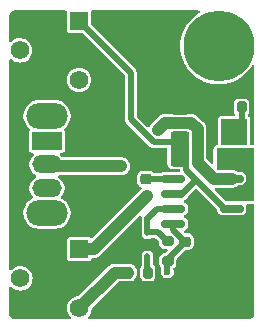
<source format=gtl>
G04 #@! TF.GenerationSoftware,KiCad,Pcbnew,8.0.1*
G04 #@! TF.CreationDate,2024-07-14T02:03:22+08:00*
G04 #@! TF.ProjectId,555Sandbox,35353553-616e-4646-926f-782e6b696361,1.0.0*
G04 #@! TF.SameCoordinates,Original*
G04 #@! TF.FileFunction,Copper,L1,Top*
G04 #@! TF.FilePolarity,Positive*
%FSLAX46Y46*%
G04 Gerber Fmt 4.6, Leading zero omitted, Abs format (unit mm)*
G04 Created by KiCad (PCBNEW 8.0.1) date 2024-07-14 02:03:22*
%MOMM*%
%LPD*%
G01*
G04 APERTURE LIST*
G04 Aperture macros list*
%AMRoundRect*
0 Rectangle with rounded corners*
0 $1 Rounding radius*
0 $2 $3 $4 $5 $6 $7 $8 $9 X,Y pos of 4 corners*
0 Add a 4 corners polygon primitive as box body*
4,1,4,$2,$3,$4,$5,$6,$7,$8,$9,$2,$3,0*
0 Add four circle primitives for the rounded corners*
1,1,$1+$1,$2,$3*
1,1,$1+$1,$4,$5*
1,1,$1+$1,$6,$7*
1,1,$1+$1,$8,$9*
0 Add four rect primitives between the rounded corners*
20,1,$1+$1,$2,$3,$4,$5,0*
20,1,$1+$1,$4,$5,$6,$7,0*
20,1,$1+$1,$6,$7,$8,$9,0*
20,1,$1+$1,$8,$9,$2,$3,0*%
G04 Aperture macros list end*
G04 #@! TA.AperFunction,ComponentPad*
%ADD10C,6.000000*%
G04 #@! TD*
G04 #@! TA.AperFunction,SMDPad,CuDef*
%ADD11RoundRect,0.200000X0.200000X0.275000X-0.200000X0.275000X-0.200000X-0.275000X0.200000X-0.275000X0*%
G04 #@! TD*
G04 #@! TA.AperFunction,ComponentPad*
%ADD12O,3.500000X2.200000*%
G04 #@! TD*
G04 #@! TA.AperFunction,ComponentPad*
%ADD13R,2.500000X1.500000*%
G04 #@! TD*
G04 #@! TA.AperFunction,ComponentPad*
%ADD14O,2.500000X1.500000*%
G04 #@! TD*
G04 #@! TA.AperFunction,SMDPad,CuDef*
%ADD15RoundRect,0.150000X0.825000X0.150000X-0.825000X0.150000X-0.825000X-0.150000X0.825000X-0.150000X0*%
G04 #@! TD*
G04 #@! TA.AperFunction,SMDPad,CuDef*
%ADD16R,2.200000X2.200000*%
G04 #@! TD*
G04 #@! TA.AperFunction,SMDPad,CuDef*
%ADD17R,2.200000X1.250000*%
G04 #@! TD*
G04 #@! TA.AperFunction,SMDPad,CuDef*
%ADD18RoundRect,0.250000X0.550000X-1.250000X0.550000X1.250000X-0.550000X1.250000X-0.550000X-1.250000X0*%
G04 #@! TD*
G04 #@! TA.AperFunction,SMDPad,CuDef*
%ADD19RoundRect,0.200000X0.275000X-0.200000X0.275000X0.200000X-0.275000X0.200000X-0.275000X-0.200000X0*%
G04 #@! TD*
G04 #@! TA.AperFunction,SMDPad,CuDef*
%ADD20RoundRect,0.225000X0.250000X-0.225000X0.250000X0.225000X-0.250000X0.225000X-0.250000X-0.225000X0*%
G04 #@! TD*
G04 #@! TA.AperFunction,SMDPad,CuDef*
%ADD21RoundRect,0.225000X-0.250000X0.225000X-0.250000X-0.225000X0.250000X-0.225000X0.250000X0.225000X0*%
G04 #@! TD*
G04 #@! TA.AperFunction,SMDPad,CuDef*
%ADD22RoundRect,0.112500X-0.112500X0.187500X-0.112500X-0.187500X0.112500X-0.187500X0.112500X0.187500X0*%
G04 #@! TD*
G04 #@! TA.AperFunction,ComponentPad*
%ADD23C,1.560000*%
G04 #@! TD*
G04 #@! TA.AperFunction,ComponentPad*
%ADD24R,1.560000X1.560000*%
G04 #@! TD*
G04 #@! TA.AperFunction,ViaPad*
%ADD25C,0.600000*%
G04 #@! TD*
G04 #@! TA.AperFunction,Conductor*
%ADD26C,1.000000*%
G04 #@! TD*
G04 #@! TA.AperFunction,Conductor*
%ADD27C,0.500000*%
G04 #@! TD*
G04 APERTURE END LIST*
D10*
X93175000Y-70425000D03*
D11*
X95125000Y-75600000D03*
X93475000Y-75600000D03*
D12*
X78650000Y-76350000D03*
X78650000Y-84550000D03*
D13*
X78650000Y-78450000D03*
D14*
X78650000Y-80450000D03*
X78650000Y-82450000D03*
D15*
X94300000Y-85470000D03*
X94300000Y-84200000D03*
X94300000Y-82930000D03*
X94300000Y-81660000D03*
X89350000Y-81660000D03*
X89350000Y-82930000D03*
X89350000Y-84200000D03*
X89350000Y-85470000D03*
D16*
X94500000Y-77700000D03*
D17*
X94500000Y-79975000D03*
D18*
X89900000Y-79100000D03*
X89900000Y-74700000D03*
D11*
X87175000Y-89600000D03*
X85525000Y-89600000D03*
D19*
X88875000Y-88600000D03*
X88875000Y-86950000D03*
D20*
X87000000Y-81675000D03*
X87000000Y-80125000D03*
D21*
X90350000Y-86975000D03*
X90350000Y-88525000D03*
D22*
X87150000Y-82950000D03*
X87150000Y-85050000D03*
X87150000Y-86200000D03*
X87150000Y-88300000D03*
D23*
X81350000Y-73300000D03*
X76350000Y-70800000D03*
D24*
X81350000Y-68300000D03*
D23*
X81390000Y-92600000D03*
X76390000Y-90100000D03*
D24*
X81390000Y-87600000D03*
D25*
X81450000Y-90850000D03*
X83400000Y-88950000D03*
X84900000Y-91500000D03*
X83400000Y-93050000D03*
X76450000Y-68400000D03*
X84700000Y-74550000D03*
X84700000Y-73550000D03*
X88350000Y-72300000D03*
X88350000Y-73350000D03*
X84950000Y-80600000D03*
X88050000Y-77500000D03*
X88825000Y-89550000D03*
X95750000Y-86750000D03*
X95500000Y-73350000D03*
X93300000Y-74300000D03*
X94250000Y-88150000D03*
X95500000Y-74300000D03*
X94250000Y-89400000D03*
X95750000Y-88150000D03*
D26*
X87125000Y-83100000D02*
X82625000Y-87600000D01*
X82625000Y-87600000D02*
X81390000Y-87600000D01*
X81390000Y-92600000D02*
X84390000Y-89600000D01*
X84390000Y-89600000D02*
X85525000Y-89600000D01*
X84950000Y-80600000D02*
X78950000Y-80600000D01*
D27*
X88825000Y-89550000D02*
X88825000Y-88600000D01*
X89350000Y-81660000D02*
X87015000Y-81660000D01*
X87015000Y-81660000D02*
X87000000Y-81675000D01*
X85750000Y-76600000D02*
X87700000Y-78550000D01*
X85750000Y-72700000D02*
X85750000Y-76600000D01*
X81350000Y-68300000D02*
X85750000Y-72700000D01*
X87700000Y-78550000D02*
X89700000Y-78550000D01*
X90450000Y-79300000D02*
X90450000Y-80907684D01*
X93742316Y-84200000D02*
X94300000Y-84200000D01*
X89700000Y-78550000D02*
X90450000Y-79300000D01*
X90450000Y-80907684D02*
X93742316Y-84200000D01*
D26*
X88650000Y-76900000D02*
X90850430Y-76900000D01*
X91400000Y-77449570D02*
X91400000Y-80300000D01*
X90850430Y-76900000D02*
X91400000Y-77449570D01*
X91400000Y-80300000D02*
X92760000Y-81660000D01*
X88050000Y-77500000D02*
X88650000Y-76900000D01*
X92760000Y-81660000D02*
X94300000Y-81660000D01*
D27*
X95125000Y-75600000D02*
X95125000Y-77425000D01*
X95125000Y-77425000D02*
X94850000Y-77700000D01*
X87150000Y-88300000D02*
X87150000Y-89550000D01*
X89350000Y-84200000D02*
X88000000Y-84200000D01*
X88000000Y-84200000D02*
X87150000Y-85050000D01*
X87150000Y-85050000D02*
X87150000Y-86200000D01*
X87150000Y-86200000D02*
X88075000Y-86200000D01*
X88075000Y-86200000D02*
X88825000Y-86950000D01*
X88825000Y-86950000D02*
X88825000Y-86975000D01*
X90350000Y-86975000D02*
X89350000Y-85975000D01*
X89350000Y-85975000D02*
X89350000Y-85470000D01*
X88825000Y-88525000D02*
X90350000Y-87000000D01*
X88825000Y-88625000D02*
X88825000Y-88525000D01*
X90095000Y-82930000D02*
X91271342Y-81753658D01*
X89350000Y-82930000D02*
X90095000Y-82930000D01*
X94857684Y-82930000D02*
X94300000Y-82930000D01*
X95725000Y-79975000D02*
X95725000Y-82062684D01*
X94500000Y-79975000D02*
X95725000Y-79975000D01*
X95725000Y-82062684D02*
X94857684Y-82930000D01*
G04 #@! TA.AperFunction,Conductor*
G36*
X93374336Y-79050500D02*
G01*
X93375326Y-79050500D01*
X95625664Y-79050500D01*
X95635842Y-79050000D01*
X96078243Y-79050000D01*
X96145282Y-79069685D01*
X96191037Y-79122489D01*
X96202243Y-79173961D01*
X96203573Y-83425961D01*
X96183909Y-83493007D01*
X96131120Y-83538778D01*
X96079573Y-83550000D01*
X93851492Y-83550000D01*
X93784453Y-83530315D01*
X93763811Y-83513681D01*
X92872311Y-82622181D01*
X92838826Y-82560858D01*
X92843810Y-82491166D01*
X92885682Y-82435233D01*
X92951146Y-82410816D01*
X92959992Y-82410500D01*
X94373920Y-82410500D01*
X94471462Y-82391096D01*
X94518913Y-82381658D01*
X94655495Y-82325084D01*
X94778416Y-82242951D01*
X94778421Y-82242945D01*
X94783126Y-82239086D01*
X94784854Y-82241191D01*
X94835873Y-82213333D01*
X94862231Y-82210499D01*
X95156517Y-82210499D01*
X95156518Y-82210499D01*
X95250304Y-82195646D01*
X95363342Y-82138050D01*
X95453050Y-82048342D01*
X95510646Y-81935304D01*
X95510646Y-81935302D01*
X95510647Y-81935301D01*
X95525499Y-81841524D01*
X95525500Y-81841519D01*
X95525499Y-81478482D01*
X95510646Y-81384696D01*
X95453050Y-81271658D01*
X95453046Y-81271654D01*
X95453045Y-81271652D01*
X95363347Y-81181954D01*
X95363344Y-81181952D01*
X95363342Y-81181950D01*
X95286517Y-81142805D01*
X95250301Y-81124352D01*
X95156524Y-81109500D01*
X95156519Y-81109500D01*
X94862230Y-81109500D01*
X94795191Y-81089815D01*
X94783531Y-81080419D01*
X94783126Y-81080914D01*
X94778415Y-81077048D01*
X94655501Y-80994919D01*
X94655488Y-80994912D01*
X94518917Y-80938343D01*
X94518907Y-80938340D01*
X94373920Y-80909500D01*
X94373918Y-80909500D01*
X93124000Y-80909500D01*
X93056961Y-80889815D01*
X93011206Y-80837011D01*
X93000000Y-80785500D01*
X93000000Y-79174000D01*
X93019685Y-79106961D01*
X93072489Y-79061206D01*
X93124000Y-79050000D01*
X93364158Y-79050000D01*
X93374336Y-79050500D01*
G37*
G04 #@! TD.AperFunction*
G04 #@! TA.AperFunction,Conductor*
G36*
X80262539Y-67420185D02*
G01*
X80308294Y-67472989D01*
X80319500Y-67524500D01*
X80319500Y-69104678D01*
X80334032Y-69177735D01*
X80334033Y-69177739D01*
X80334034Y-69177740D01*
X80389399Y-69260601D01*
X80472260Y-69315966D01*
X80472264Y-69315967D01*
X80545321Y-69330499D01*
X80545324Y-69330500D01*
X80545326Y-69330500D01*
X81621324Y-69330500D01*
X81688363Y-69350185D01*
X81709005Y-69366819D01*
X85213181Y-72870995D01*
X85246666Y-72932318D01*
X85249500Y-72958676D01*
X85249500Y-76665891D01*
X85283608Y-76793187D01*
X85316554Y-76850250D01*
X85349500Y-76907314D01*
X87299500Y-78857314D01*
X87392686Y-78950500D01*
X87506814Y-79016392D01*
X87634107Y-79050500D01*
X87634108Y-79050500D01*
X88725500Y-79050500D01*
X88792539Y-79070185D01*
X88838294Y-79122989D01*
X88849500Y-79174500D01*
X88849500Y-80397870D01*
X88849501Y-80397876D01*
X88855908Y-80457483D01*
X88906202Y-80592328D01*
X88906206Y-80592335D01*
X88992452Y-80707544D01*
X88992455Y-80707547D01*
X89107664Y-80793793D01*
X89107671Y-80793797D01*
X89152618Y-80810561D01*
X89242517Y-80844091D01*
X89302127Y-80850500D01*
X89825500Y-80850499D01*
X89892539Y-80870183D01*
X89938294Y-80922987D01*
X89947577Y-80965659D01*
X89948443Y-80965546D01*
X89948942Y-80969343D01*
X89948706Y-80970851D01*
X89949500Y-80974499D01*
X89949500Y-80981703D01*
X89947012Y-80981703D01*
X89938160Y-81038376D01*
X89891768Y-81090621D01*
X89825999Y-81109500D01*
X88493482Y-81109500D01*
X88399694Y-81124354D01*
X88357243Y-81145985D01*
X88300948Y-81159500D01*
X87688578Y-81159500D01*
X87621539Y-81139815D01*
X87596256Y-81116278D01*
X87595954Y-81116581D01*
X87589681Y-81110307D01*
X87480230Y-81028374D01*
X87480227Y-81028373D01*
X87480226Y-81028372D01*
X87352114Y-80980588D01*
X87352112Y-80980587D01*
X87352110Y-80980587D01*
X87295493Y-80974500D01*
X86704518Y-80974500D01*
X86704509Y-80974501D01*
X86647885Y-80980587D01*
X86519773Y-81028372D01*
X86410313Y-81110313D01*
X86328373Y-81219771D01*
X86280587Y-81347889D01*
X86274500Y-81404498D01*
X86274500Y-81945481D01*
X86274501Y-81945490D01*
X86280587Y-82002114D01*
X86328372Y-82130226D01*
X86410313Y-82239687D01*
X86519774Y-82321628D01*
X86573687Y-82341737D01*
X86629618Y-82383607D01*
X86654035Y-82449071D01*
X86639183Y-82517344D01*
X86618032Y-82545598D01*
X82525097Y-86638533D01*
X82463774Y-86672018D01*
X82394082Y-86667034D01*
X82361021Y-86645786D01*
X82360756Y-86646185D01*
X82350601Y-86639400D01*
X82350601Y-86639399D01*
X82267740Y-86584034D01*
X82267739Y-86584033D01*
X82267735Y-86584032D01*
X82194677Y-86569500D01*
X82194674Y-86569500D01*
X80585326Y-86569500D01*
X80585323Y-86569500D01*
X80512264Y-86584032D01*
X80512260Y-86584033D01*
X80429399Y-86639399D01*
X80374033Y-86722260D01*
X80374032Y-86722264D01*
X80359500Y-86795321D01*
X80359500Y-88404678D01*
X80374032Y-88477735D01*
X80374033Y-88477739D01*
X80374034Y-88477740D01*
X80429399Y-88560601D01*
X80512260Y-88615966D01*
X80512264Y-88615967D01*
X80585321Y-88630499D01*
X80585324Y-88630500D01*
X80585326Y-88630500D01*
X82194676Y-88630500D01*
X82194677Y-88630499D01*
X82267740Y-88615966D01*
X82350601Y-88560601D01*
X82405966Y-88477740D01*
X82405967Y-88477735D01*
X82411423Y-88450309D01*
X82443807Y-88388398D01*
X82504523Y-88353824D01*
X82533040Y-88350500D01*
X82698920Y-88350500D01*
X82796462Y-88331096D01*
X82843913Y-88321658D01*
X82980495Y-88265084D01*
X83029729Y-88232186D01*
X83103416Y-88182952D01*
X86449368Y-84837000D01*
X86510691Y-84803515D01*
X86580383Y-84808499D01*
X86636316Y-84850371D01*
X86660733Y-84915835D01*
X86656824Y-84956773D01*
X86649500Y-84984106D01*
X86649500Y-86265893D01*
X86670275Y-86343429D01*
X86674500Y-86375519D01*
X86674500Y-86421949D01*
X86684779Y-86492506D01*
X86737989Y-86601349D01*
X86823651Y-86687011D01*
X86932488Y-86740219D01*
X86932489Y-86740219D01*
X86932491Y-86740220D01*
X87003051Y-86750500D01*
X87296948Y-86750499D01*
X87296950Y-86750499D01*
X87332228Y-86745359D01*
X87367509Y-86740220D01*
X87422983Y-86713099D01*
X87477444Y-86700500D01*
X87816324Y-86700500D01*
X87883363Y-86720185D01*
X87904005Y-86736819D01*
X88113181Y-86945995D01*
X88146666Y-87007318D01*
X88149500Y-87033676D01*
X88149500Y-87204269D01*
X88152353Y-87234699D01*
X88152353Y-87234701D01*
X88197206Y-87362880D01*
X88197207Y-87362882D01*
X88277850Y-87472150D01*
X88387118Y-87552793D01*
X88429845Y-87567744D01*
X88515299Y-87597646D01*
X88545730Y-87600500D01*
X88545734Y-87600500D01*
X88742324Y-87600500D01*
X88809363Y-87620185D01*
X88855118Y-87672989D01*
X88865062Y-87742147D01*
X88836037Y-87805703D01*
X88830005Y-87812181D01*
X88729005Y-87913181D01*
X88667682Y-87946666D01*
X88641324Y-87949500D01*
X88545730Y-87949500D01*
X88515300Y-87952353D01*
X88515298Y-87952353D01*
X88387119Y-87997206D01*
X88387117Y-87997207D01*
X88277850Y-88077850D01*
X88197207Y-88187117D01*
X88197206Y-88187119D01*
X88152353Y-88315298D01*
X88152353Y-88315300D01*
X88149500Y-88345730D01*
X88149500Y-88854266D01*
X88152353Y-88884699D01*
X88152353Y-88884701D01*
X88195285Y-89007389D01*
X88197207Y-89012882D01*
X88270445Y-89112117D01*
X88277851Y-89122151D01*
X88284421Y-89128721D01*
X88282590Y-89130551D01*
X88316377Y-89175033D01*
X88324500Y-89219176D01*
X88324500Y-89295124D01*
X88315062Y-89342575D01*
X88288669Y-89406293D01*
X88273079Y-89524713D01*
X88269750Y-89550000D01*
X88286064Y-89673918D01*
X88288670Y-89693708D01*
X88288671Y-89693712D01*
X88344137Y-89827622D01*
X88344138Y-89827624D01*
X88344139Y-89827625D01*
X88432379Y-89942621D01*
X88547375Y-90030861D01*
X88681291Y-90086330D01*
X88808280Y-90103048D01*
X88824999Y-90105250D01*
X88825000Y-90105250D01*
X88825001Y-90105250D01*
X88839977Y-90103278D01*
X88968709Y-90086330D01*
X89102625Y-90030861D01*
X89217621Y-89942621D01*
X89305861Y-89827625D01*
X89361330Y-89693709D01*
X89380250Y-89550000D01*
X89361330Y-89406291D01*
X89334937Y-89342572D01*
X89325500Y-89295124D01*
X89325500Y-89292980D01*
X89345185Y-89225941D01*
X89375867Y-89193210D01*
X89443444Y-89143336D01*
X89472150Y-89122150D01*
X89552793Y-89012882D01*
X89575219Y-88948790D01*
X89597646Y-88884701D01*
X89597646Y-88884699D01*
X89600500Y-88854266D01*
X89600500Y-88508675D01*
X89620185Y-88441636D01*
X89636815Y-88420998D01*
X90345995Y-87711817D01*
X90407318Y-87678333D01*
X90433676Y-87675499D01*
X90645481Y-87675499D01*
X90645484Y-87675499D01*
X90702114Y-87669412D01*
X90830226Y-87621628D01*
X90939687Y-87539687D01*
X91021628Y-87430226D01*
X91069412Y-87302114D01*
X91071687Y-87280944D01*
X91075499Y-87245501D01*
X91075499Y-87245494D01*
X91075500Y-87245485D01*
X91075499Y-86704516D01*
X91069412Y-86647886D01*
X91066246Y-86639399D01*
X91040175Y-86569500D01*
X91021628Y-86519774D01*
X90939687Y-86410313D01*
X90850340Y-86343429D01*
X90830228Y-86328373D01*
X90830226Y-86328372D01*
X90702114Y-86280588D01*
X90702112Y-86280587D01*
X90702110Y-86280587D01*
X90645501Y-86274500D01*
X90645485Y-86274500D01*
X90408676Y-86274500D01*
X90341637Y-86254815D01*
X90320995Y-86238181D01*
X90280648Y-86197834D01*
X90247163Y-86136511D01*
X90252147Y-86066819D01*
X90294019Y-86010886D01*
X90312023Y-85999674D01*
X90413342Y-85948050D01*
X90503050Y-85858342D01*
X90560646Y-85745304D01*
X90560646Y-85745302D01*
X90560647Y-85745301D01*
X90575499Y-85651524D01*
X90575500Y-85651519D01*
X90575499Y-85288482D01*
X90560646Y-85194696D01*
X90503050Y-85081658D01*
X90503046Y-85081654D01*
X90503045Y-85081652D01*
X90413347Y-84991954D01*
X90413343Y-84991951D01*
X90413342Y-84991950D01*
X90397951Y-84984108D01*
X90322147Y-84945483D01*
X90271352Y-84897509D01*
X90254557Y-84829687D01*
X90277095Y-84763553D01*
X90322145Y-84724517D01*
X90413342Y-84678050D01*
X90503050Y-84588342D01*
X90560646Y-84475304D01*
X90560646Y-84475302D01*
X90560647Y-84475301D01*
X90575499Y-84381524D01*
X90575500Y-84381519D01*
X90575499Y-84018482D01*
X90560646Y-83924696D01*
X90503050Y-83811658D01*
X90503046Y-83811654D01*
X90503045Y-83811652D01*
X90413347Y-83721954D01*
X90413343Y-83721951D01*
X90413342Y-83721950D01*
X90410599Y-83720552D01*
X90322147Y-83675483D01*
X90271352Y-83627509D01*
X90254557Y-83559687D01*
X90277095Y-83493553D01*
X90322145Y-83454517D01*
X90413342Y-83408050D01*
X90503050Y-83318342D01*
X90560646Y-83205304D01*
X90560646Y-83205299D01*
X90563660Y-83196026D01*
X90564975Y-83196453D01*
X90590501Y-83142598D01*
X90595353Y-83137459D01*
X91195980Y-82536833D01*
X91257299Y-82503351D01*
X91326991Y-82508335D01*
X91371338Y-82536836D01*
X93038181Y-84203679D01*
X93071666Y-84265002D01*
X93074500Y-84291359D01*
X93074500Y-84381517D01*
X93084351Y-84443713D01*
X93089354Y-84475304D01*
X93146950Y-84588342D01*
X93146952Y-84588344D01*
X93146954Y-84588347D01*
X93236652Y-84678045D01*
X93236654Y-84678046D01*
X93236658Y-84678050D01*
X93349694Y-84735645D01*
X93349698Y-84735647D01*
X93443475Y-84750499D01*
X93443481Y-84750500D01*
X95156518Y-84750499D01*
X95250304Y-84735646D01*
X95363342Y-84678050D01*
X95453050Y-84588342D01*
X95510646Y-84475304D01*
X95510646Y-84475302D01*
X95510647Y-84475301D01*
X95525499Y-84381524D01*
X95525500Y-84381519D01*
X95525499Y-84018482D01*
X95525499Y-84018476D01*
X95514479Y-83948897D01*
X95523434Y-83879604D01*
X95568430Y-83826152D01*
X95635182Y-83805513D01*
X95636952Y-83805500D01*
X96079730Y-83805500D01*
X96146769Y-83825185D01*
X96192524Y-83877989D01*
X96203729Y-83929459D01*
X96205383Y-89215873D01*
X96206580Y-93043017D01*
X96205800Y-93056940D01*
X96195623Y-93147262D01*
X96189444Y-93174334D01*
X96161731Y-93253531D01*
X96149683Y-93278547D01*
X96105042Y-93349592D01*
X96087730Y-93371302D01*
X96028395Y-93430636D01*
X96006685Y-93447949D01*
X95935642Y-93492587D01*
X95910624Y-93504634D01*
X95831427Y-93532345D01*
X95804355Y-93538524D01*
X95713848Y-93548720D01*
X95699967Y-93549499D01*
X95633605Y-93549499D01*
X95633589Y-93549500D01*
X82203974Y-93549500D01*
X82136935Y-93529815D01*
X82091180Y-93477011D01*
X82081236Y-93407853D01*
X82110261Y-93344297D01*
X82118075Y-93336690D01*
X82117892Y-93336507D01*
X82122197Y-93332201D01*
X82167701Y-93276755D01*
X82250975Y-93175285D01*
X82346664Y-92996263D01*
X82405589Y-92802013D01*
X82418309Y-92672861D01*
X82444470Y-92608075D01*
X82454022Y-92597344D01*
X84664548Y-90386819D01*
X84725871Y-90353334D01*
X84752229Y-90350500D01*
X85598919Y-90350500D01*
X85712618Y-90327883D01*
X85736810Y-90325500D01*
X85779270Y-90325500D01*
X85809699Y-90322646D01*
X85809701Y-90322646D01*
X85873790Y-90300219D01*
X85937882Y-90277793D01*
X86047150Y-90197150D01*
X86127793Y-90087882D01*
X86151366Y-90020511D01*
X86165302Y-89992582D01*
X86190084Y-89955495D01*
X86200947Y-89929269D01*
X86524500Y-89929269D01*
X86527353Y-89959699D01*
X86527353Y-89959701D01*
X86571664Y-90086330D01*
X86572207Y-90087882D01*
X86652850Y-90197150D01*
X86762118Y-90277793D01*
X86804845Y-90292744D01*
X86890299Y-90322646D01*
X86920730Y-90325500D01*
X86920734Y-90325500D01*
X87429270Y-90325500D01*
X87459699Y-90322646D01*
X87459701Y-90322646D01*
X87523790Y-90300219D01*
X87587882Y-90277793D01*
X87697150Y-90197150D01*
X87777793Y-90087882D01*
X87811142Y-89992576D01*
X87822646Y-89959701D01*
X87822646Y-89959699D01*
X87825500Y-89929269D01*
X87825500Y-89270730D01*
X87822646Y-89240300D01*
X87822646Y-89240298D01*
X87784243Y-89130551D01*
X87777793Y-89112118D01*
X87697150Y-89002850D01*
X87697148Y-89002849D01*
X87697148Y-89002848D01*
X87690580Y-88996280D01*
X87692407Y-88994452D01*
X87658614Y-88949940D01*
X87650500Y-88905823D01*
X87650500Y-88234110D01*
X87650500Y-88234108D01*
X87629724Y-88156570D01*
X87625499Y-88124477D01*
X87625499Y-88078049D01*
X87615220Y-88007493D01*
X87615220Y-88007491D01*
X87562012Y-87898653D01*
X87562010Y-87898651D01*
X87562010Y-87898650D01*
X87476348Y-87812988D01*
X87367511Y-87759780D01*
X87349869Y-87757210D01*
X87296949Y-87749500D01*
X87296943Y-87749500D01*
X87003049Y-87749500D01*
X86932493Y-87759779D01*
X86823650Y-87812989D01*
X86737988Y-87898651D01*
X86684780Y-88007488D01*
X86680925Y-88033951D01*
X86674500Y-88078051D01*
X86674500Y-88078056D01*
X86674500Y-88124480D01*
X86670275Y-88156572D01*
X86649500Y-88234106D01*
X86649500Y-88966586D01*
X86629815Y-89033625D01*
X86625270Y-89040219D01*
X86572209Y-89112113D01*
X86572206Y-89112119D01*
X86527353Y-89240298D01*
X86527353Y-89240300D01*
X86524500Y-89270730D01*
X86524500Y-89929269D01*
X86200947Y-89929269D01*
X86246658Y-89818913D01*
X86256096Y-89771462D01*
X86275500Y-89673920D01*
X86275500Y-89526079D01*
X86246659Y-89381092D01*
X86246658Y-89381091D01*
X86246658Y-89381087D01*
X86246656Y-89381082D01*
X86190086Y-89244508D01*
X86165304Y-89207419D01*
X86151366Y-89179484D01*
X86133603Y-89128721D01*
X86127793Y-89112118D01*
X86047150Y-89002850D01*
X85937882Y-88922207D01*
X85937880Y-88922206D01*
X85809700Y-88877353D01*
X85779270Y-88874500D01*
X85779266Y-88874500D01*
X85736810Y-88874500D01*
X85712618Y-88872117D01*
X85598920Y-88849500D01*
X85598918Y-88849500D01*
X84316082Y-88849500D01*
X84292122Y-88854266D01*
X84171095Y-88878339D01*
X84171092Y-88878340D01*
X84171088Y-88878341D01*
X84091080Y-88911481D01*
X84091078Y-88911481D01*
X84034505Y-88934915D01*
X83952372Y-88989795D01*
X83911585Y-89017047D01*
X83911581Y-89017050D01*
X81392663Y-91535967D01*
X81331340Y-91569452D01*
X81317138Y-91571689D01*
X81187988Y-91584410D01*
X80993732Y-91643337D01*
X80814720Y-91739021D01*
X80814713Y-91739025D01*
X80657800Y-91867800D01*
X80529025Y-92024713D01*
X80529021Y-92024720D01*
X80433337Y-92203732D01*
X80374410Y-92397988D01*
X80354514Y-92600000D01*
X80374410Y-92802011D01*
X80433337Y-92996267D01*
X80529021Y-93175279D01*
X80529025Y-93175286D01*
X80657802Y-93332201D01*
X80662108Y-93336507D01*
X80660473Y-93338141D01*
X80694021Y-93387381D01*
X80695899Y-93457225D01*
X80659718Y-93516997D01*
X80596965Y-93547719D01*
X80576026Y-93549500D01*
X75964023Y-93549500D01*
X75950200Y-93548727D01*
X75858684Y-93538461D01*
X75831729Y-93532337D01*
X75751350Y-93504347D01*
X75726421Y-93492404D01*
X75701785Y-93477011D01*
X75654237Y-93447301D01*
X75632574Y-93430132D01*
X75572174Y-93370157D01*
X75554853Y-93348617D01*
X75509241Y-93276755D01*
X75497123Y-93251917D01*
X75468558Y-93171723D01*
X75462248Y-93144824D01*
X75457035Y-93101145D01*
X75451374Y-93053706D01*
X75450500Y-93039013D01*
X75450500Y-90924247D01*
X75470185Y-90857208D01*
X75522989Y-90811453D01*
X75592147Y-90801509D01*
X75653165Y-90828394D01*
X75814713Y-90960974D01*
X75814720Y-90960978D01*
X75993732Y-91056662D01*
X75993734Y-91056662D01*
X75993737Y-91056664D01*
X76187987Y-91115589D01*
X76187986Y-91115589D01*
X76206099Y-91117372D01*
X76390000Y-91135486D01*
X76592013Y-91115589D01*
X76786263Y-91056664D01*
X76965285Y-90960975D01*
X77122199Y-90832199D01*
X77250975Y-90675285D01*
X77346664Y-90496263D01*
X77405589Y-90302013D01*
X77425486Y-90100000D01*
X77405589Y-89897987D01*
X77346664Y-89703737D01*
X77346662Y-89703734D01*
X77346662Y-89703732D01*
X77250978Y-89524720D01*
X77250974Y-89524713D01*
X77122199Y-89367800D01*
X76965286Y-89239025D01*
X76965279Y-89239021D01*
X76786267Y-89143337D01*
X76683334Y-89112113D01*
X76592013Y-89084411D01*
X76592011Y-89084410D01*
X76592013Y-89084410D01*
X76390000Y-89064514D01*
X76187988Y-89084410D01*
X75993732Y-89143337D01*
X75814720Y-89239021D01*
X75814713Y-89239026D01*
X75653165Y-89371605D01*
X75588855Y-89398918D01*
X75519987Y-89387127D01*
X75468427Y-89339975D01*
X75450500Y-89275752D01*
X75450500Y-84656286D01*
X76649500Y-84656286D01*
X76667904Y-84772488D01*
X76682754Y-84866243D01*
X76723600Y-84991954D01*
X76748444Y-85068414D01*
X76844951Y-85257820D01*
X76969890Y-85429786D01*
X77120213Y-85580109D01*
X77292179Y-85705048D01*
X77292181Y-85705049D01*
X77292184Y-85705051D01*
X77481588Y-85801557D01*
X77683757Y-85867246D01*
X77893713Y-85900500D01*
X77893714Y-85900500D01*
X79406286Y-85900500D01*
X79406287Y-85900500D01*
X79616243Y-85867246D01*
X79818412Y-85801557D01*
X80007816Y-85705051D01*
X80081497Y-85651519D01*
X80179786Y-85580109D01*
X80179788Y-85580106D01*
X80179792Y-85580104D01*
X80330104Y-85429792D01*
X80330106Y-85429788D01*
X80330109Y-85429786D01*
X80455048Y-85257820D01*
X80455047Y-85257820D01*
X80455051Y-85257816D01*
X80551557Y-85068412D01*
X80617246Y-84866243D01*
X80650500Y-84656287D01*
X80650500Y-84443713D01*
X80617246Y-84233757D01*
X80551557Y-84031588D01*
X80455051Y-83842184D01*
X80455049Y-83842181D01*
X80455048Y-83842179D01*
X80330109Y-83670213D01*
X80179786Y-83519890D01*
X80007819Y-83394951D01*
X80007818Y-83394950D01*
X80007816Y-83394949D01*
X79902954Y-83341519D01*
X79852158Y-83293544D01*
X79835363Y-83225723D01*
X79857901Y-83159588D01*
X79871562Y-83143358D01*
X79927139Y-83087782D01*
X80036632Y-82923914D01*
X80112051Y-82741835D01*
X80150500Y-82548541D01*
X80150500Y-82351459D01*
X80150500Y-82351456D01*
X80112052Y-82158170D01*
X80112051Y-82158169D01*
X80112051Y-82158165D01*
X80112049Y-82158160D01*
X80036635Y-81976092D01*
X80036628Y-81976079D01*
X79927139Y-81812218D01*
X79927136Y-81812214D01*
X79787785Y-81672863D01*
X79787781Y-81672860D01*
X79645218Y-81577602D01*
X79600413Y-81523990D01*
X79591706Y-81454665D01*
X79621861Y-81391637D01*
X79681304Y-81354918D01*
X79714109Y-81350500D01*
X85023920Y-81350500D01*
X85121462Y-81331096D01*
X85168913Y-81321658D01*
X85305495Y-81265084D01*
X85428416Y-81182951D01*
X85532951Y-81078416D01*
X85615084Y-80955495D01*
X85671658Y-80818913D01*
X85700500Y-80673918D01*
X85700500Y-80526082D01*
X85700500Y-80526079D01*
X85671659Y-80381092D01*
X85671658Y-80381091D01*
X85671658Y-80381087D01*
X85659386Y-80351459D01*
X85615087Y-80244511D01*
X85615080Y-80244498D01*
X85532951Y-80121584D01*
X85532948Y-80121580D01*
X85428419Y-80017051D01*
X85428415Y-80017048D01*
X85305501Y-79934919D01*
X85305488Y-79934912D01*
X85168917Y-79878343D01*
X85168907Y-79878340D01*
X85023920Y-79849500D01*
X85023918Y-79849500D01*
X80015784Y-79849500D01*
X79948745Y-79829815D01*
X79928103Y-79813181D01*
X79787787Y-79672865D01*
X79784725Y-79670352D01*
X79783552Y-79668630D01*
X79783475Y-79668553D01*
X79783489Y-79668538D01*
X79745392Y-79612605D01*
X79743523Y-79542761D01*
X79779711Y-79482993D01*
X79842468Y-79452278D01*
X79863392Y-79450500D01*
X79924676Y-79450500D01*
X79924677Y-79450499D01*
X79997740Y-79435966D01*
X80080601Y-79380601D01*
X80135966Y-79297740D01*
X80150500Y-79224674D01*
X80150500Y-77675326D01*
X80150500Y-77675323D01*
X80150499Y-77675321D01*
X80135967Y-77602264D01*
X80135966Y-77602261D01*
X80135966Y-77602260D01*
X80135964Y-77602258D01*
X80135964Y-77602256D01*
X80116597Y-77573271D01*
X80095719Y-77506594D01*
X80114204Y-77439214D01*
X80146812Y-77404064D01*
X80179792Y-77380104D01*
X80330104Y-77229792D01*
X80330106Y-77229788D01*
X80330109Y-77229786D01*
X80455048Y-77057820D01*
X80455047Y-77057820D01*
X80455051Y-77057816D01*
X80551557Y-76868412D01*
X80617246Y-76666243D01*
X80650500Y-76456287D01*
X80650500Y-76243713D01*
X80617246Y-76033757D01*
X80551557Y-75831588D01*
X80455051Y-75642184D01*
X80455049Y-75642181D01*
X80455048Y-75642179D01*
X80330109Y-75470213D01*
X80179786Y-75319890D01*
X80007820Y-75194951D01*
X79818414Y-75098444D01*
X79818413Y-75098443D01*
X79818412Y-75098443D01*
X79616243Y-75032754D01*
X79616241Y-75032753D01*
X79616240Y-75032753D01*
X79454957Y-75007208D01*
X79406287Y-74999500D01*
X77893713Y-74999500D01*
X77845042Y-75007208D01*
X77683760Y-75032753D01*
X77481585Y-75098444D01*
X77292179Y-75194951D01*
X77120213Y-75319890D01*
X76969890Y-75470213D01*
X76844951Y-75642179D01*
X76748444Y-75831585D01*
X76682753Y-76033760D01*
X76674181Y-76087882D01*
X76649500Y-76243713D01*
X76649500Y-76456287D01*
X76656782Y-76502264D01*
X76668353Y-76575323D01*
X76682754Y-76666243D01*
X76747860Y-76866619D01*
X76748444Y-76868414D01*
X76844951Y-77057820D01*
X76969890Y-77229786D01*
X76969896Y-77229792D01*
X77120208Y-77380104D01*
X77120209Y-77380105D01*
X77120208Y-77380105D01*
X77141987Y-77395927D01*
X77153183Y-77404062D01*
X77195850Y-77459390D01*
X77201831Y-77529004D01*
X77183404Y-77573270D01*
X77164033Y-77602261D01*
X77164032Y-77602264D01*
X77149500Y-77675321D01*
X77149500Y-79224678D01*
X77164032Y-79297735D01*
X77164033Y-79297739D01*
X77164034Y-79297740D01*
X77219399Y-79380601D01*
X77302260Y-79435966D01*
X77302264Y-79435967D01*
X77375321Y-79450499D01*
X77375324Y-79450500D01*
X77375326Y-79450500D01*
X77436608Y-79450500D01*
X77503647Y-79470185D01*
X77549402Y-79522989D01*
X77559346Y-79592147D01*
X77530321Y-79655703D01*
X77515275Y-79670352D01*
X77512212Y-79672865D01*
X77372863Y-79812214D01*
X77372860Y-79812218D01*
X77263371Y-79976079D01*
X77263364Y-79976092D01*
X77187950Y-80158160D01*
X77187947Y-80158170D01*
X77149500Y-80351456D01*
X77149500Y-80351459D01*
X77149500Y-80548541D01*
X77149500Y-80548543D01*
X77149499Y-80548543D01*
X77187947Y-80741829D01*
X77187950Y-80741839D01*
X77263364Y-80923907D01*
X77263371Y-80923920D01*
X77372860Y-81087781D01*
X77372863Y-81087785D01*
X77512214Y-81227136D01*
X77512218Y-81227139D01*
X77676079Y-81336628D01*
X77681456Y-81339502D01*
X77680490Y-81341308D01*
X77727612Y-81379285D01*
X77749673Y-81445580D01*
X77732391Y-81513279D01*
X77681251Y-81560887D01*
X77677660Y-81562526D01*
X77676079Y-81563371D01*
X77512218Y-81672860D01*
X77512214Y-81672863D01*
X77372863Y-81812214D01*
X77372860Y-81812218D01*
X77263371Y-81976079D01*
X77263364Y-81976092D01*
X77187950Y-82158160D01*
X77187947Y-82158170D01*
X77149500Y-82351456D01*
X77149500Y-82351459D01*
X77149500Y-82548541D01*
X77149500Y-82548543D01*
X77149499Y-82548543D01*
X77187947Y-82741829D01*
X77187950Y-82741839D01*
X77263364Y-82923907D01*
X77263371Y-82923920D01*
X77372860Y-83087781D01*
X77372863Y-83087785D01*
X77428431Y-83143353D01*
X77461916Y-83204676D01*
X77456932Y-83274368D01*
X77415060Y-83330301D01*
X77397045Y-83341518D01*
X77292185Y-83394947D01*
X77292184Y-83394948D01*
X77120213Y-83519890D01*
X76969890Y-83670213D01*
X76844951Y-83842179D01*
X76748444Y-84031585D01*
X76682753Y-84233760D01*
X76649500Y-84443713D01*
X76649500Y-84656286D01*
X75450500Y-84656286D01*
X75450500Y-73300000D01*
X80314514Y-73300000D01*
X80334410Y-73502011D01*
X80393337Y-73696267D01*
X80489021Y-73875279D01*
X80489025Y-73875286D01*
X80617800Y-74032199D01*
X80774713Y-74160974D01*
X80774720Y-74160978D01*
X80953732Y-74256662D01*
X80953734Y-74256662D01*
X80953737Y-74256664D01*
X81147987Y-74315589D01*
X81147986Y-74315589D01*
X81166099Y-74317372D01*
X81350000Y-74335486D01*
X81552013Y-74315589D01*
X81746263Y-74256664D01*
X81925285Y-74160975D01*
X82082199Y-74032199D01*
X82210975Y-73875285D01*
X82306664Y-73696263D01*
X82365589Y-73502013D01*
X82385486Y-73300000D01*
X82365589Y-73097987D01*
X82306664Y-72903737D01*
X82306662Y-72903734D01*
X82306662Y-72903732D01*
X82210978Y-72724720D01*
X82210974Y-72724713D01*
X82082199Y-72567800D01*
X81925286Y-72439025D01*
X81925279Y-72439021D01*
X81746267Y-72343337D01*
X81601755Y-72299500D01*
X81552013Y-72284411D01*
X81552011Y-72284410D01*
X81552013Y-72284410D01*
X81350000Y-72264514D01*
X81147988Y-72284410D01*
X80953732Y-72343337D01*
X80774720Y-72439021D01*
X80774713Y-72439025D01*
X80617800Y-72567800D01*
X80489025Y-72724713D01*
X80489021Y-72724720D01*
X80393337Y-72903732D01*
X80334410Y-73097988D01*
X80314514Y-73300000D01*
X75450500Y-73300000D01*
X75450500Y-71657075D01*
X75470185Y-71590036D01*
X75522989Y-71544281D01*
X75592147Y-71534337D01*
X75653165Y-71561222D01*
X75774713Y-71660974D01*
X75774720Y-71660978D01*
X75953732Y-71756662D01*
X75953734Y-71756662D01*
X75953737Y-71756664D01*
X76147987Y-71815589D01*
X76147986Y-71815589D01*
X76166099Y-71817372D01*
X76350000Y-71835486D01*
X76552013Y-71815589D01*
X76746263Y-71756664D01*
X76925285Y-71660975D01*
X77082199Y-71532199D01*
X77210975Y-71375285D01*
X77306664Y-71196263D01*
X77365589Y-71002013D01*
X77385486Y-70800000D01*
X77365589Y-70597987D01*
X77306664Y-70403737D01*
X77306662Y-70403734D01*
X77306662Y-70403732D01*
X77210978Y-70224720D01*
X77210974Y-70224713D01*
X77082199Y-70067800D01*
X76925286Y-69939025D01*
X76925279Y-69939021D01*
X76746267Y-69843337D01*
X76649138Y-69813873D01*
X76552013Y-69784411D01*
X76552011Y-69784410D01*
X76552013Y-69784410D01*
X76350000Y-69764514D01*
X76147988Y-69784410D01*
X75953732Y-69843337D01*
X75774720Y-69939021D01*
X75774714Y-69939025D01*
X75653164Y-70038778D01*
X75588854Y-70066090D01*
X75519987Y-70054299D01*
X75468427Y-70007146D01*
X75450500Y-69942924D01*
X75450500Y-67906961D01*
X75451280Y-67893077D01*
X75457084Y-67841564D01*
X75461459Y-67802731D01*
X75467635Y-67775670D01*
X75495353Y-67696456D01*
X75507396Y-67671450D01*
X75552046Y-67600389D01*
X75569351Y-67578690D01*
X75628690Y-67519351D01*
X75650389Y-67502046D01*
X75721450Y-67457396D01*
X75746456Y-67445353D01*
X75825670Y-67417635D01*
X75852733Y-67411459D01*
X75915419Y-67404396D01*
X75943079Y-67401280D01*
X75956962Y-67400500D01*
X76015892Y-67400500D01*
X80195500Y-67400500D01*
X80262539Y-67420185D01*
G37*
G04 #@! TD.AperFunction*
G04 #@! TA.AperFunction,Conductor*
G36*
X91517320Y-67420185D02*
G01*
X91563075Y-67472989D01*
X91573019Y-67542147D01*
X91543994Y-67605703D01*
X91514210Y-67630749D01*
X91348182Y-67730646D01*
X91288959Y-67775666D01*
X91067589Y-67943946D01*
X91067580Y-67943954D01*
X90811685Y-68186350D01*
X90583505Y-68454983D01*
X90583498Y-68454993D01*
X90385695Y-68746730D01*
X90220597Y-69058137D01*
X90220588Y-69058155D01*
X90090127Y-69385589D01*
X90090126Y-69385591D01*
X89995834Y-69725203D01*
X89995833Y-69725206D01*
X89938808Y-70073045D01*
X89919726Y-70424997D01*
X89919726Y-70425002D01*
X89938808Y-70776954D01*
X89995833Y-71124793D01*
X89995834Y-71124796D01*
X90090126Y-71464408D01*
X90090127Y-71464410D01*
X90220588Y-71791844D01*
X90220597Y-71791862D01*
X90243725Y-71835485D01*
X90385695Y-72103269D01*
X90508512Y-72284411D01*
X90583498Y-72395006D01*
X90583505Y-72395016D01*
X90620887Y-72439025D01*
X90811686Y-72663650D01*
X91067580Y-72906046D01*
X91348182Y-73119354D01*
X91650202Y-73301074D01*
X91650206Y-73301075D01*
X91650210Y-73301078D01*
X91970088Y-73449070D01*
X91970092Y-73449070D01*
X91970099Y-73449074D01*
X92304122Y-73561619D01*
X92648355Y-73637391D01*
X92998763Y-73675500D01*
X92998769Y-73675500D01*
X93351231Y-73675500D01*
X93351237Y-73675500D01*
X93701645Y-73637391D01*
X94045878Y-73561619D01*
X94379901Y-73449074D01*
X94379908Y-73449070D01*
X94379911Y-73449070D01*
X94699789Y-73301078D01*
X94699798Y-73301074D01*
X95001818Y-73119354D01*
X95282420Y-72906046D01*
X95538314Y-72663650D01*
X95766501Y-72395008D01*
X95964305Y-72103269D01*
X95966490Y-72099146D01*
X96015280Y-72049135D01*
X96083364Y-72033440D01*
X96149125Y-72057045D01*
X96191685Y-72112457D01*
X96200048Y-72157185D01*
X96202085Y-78670461D01*
X96182421Y-78737507D01*
X96129632Y-78783278D01*
X96078085Y-78794500D01*
X95974500Y-78794500D01*
X95907461Y-78774815D01*
X95861706Y-78722011D01*
X95850500Y-78670500D01*
X95850500Y-76575323D01*
X95850499Y-76575321D01*
X95835967Y-76502264D01*
X95835966Y-76502260D01*
X95805248Y-76456287D01*
X95780601Y-76419399D01*
X95780600Y-76419398D01*
X95689409Y-76358466D01*
X95644604Y-76304853D01*
X95635897Y-76235528D01*
X95658530Y-76181730D01*
X95661030Y-76178343D01*
X95727793Y-76087882D01*
X95750219Y-76023790D01*
X95772646Y-75959701D01*
X95772646Y-75959699D01*
X95775500Y-75929269D01*
X95775500Y-75270730D01*
X95772646Y-75240300D01*
X95772646Y-75240298D01*
X95727793Y-75112119D01*
X95727792Y-75112117D01*
X95717700Y-75098443D01*
X95647150Y-75002850D01*
X95537882Y-74922207D01*
X95537880Y-74922206D01*
X95409700Y-74877353D01*
X95379270Y-74874500D01*
X95379266Y-74874500D01*
X94870734Y-74874500D01*
X94870730Y-74874500D01*
X94840300Y-74877353D01*
X94840298Y-74877353D01*
X94712119Y-74922206D01*
X94712117Y-74922207D01*
X94602850Y-75002850D01*
X94522207Y-75112117D01*
X94522206Y-75112119D01*
X94477353Y-75240298D01*
X94477353Y-75240300D01*
X94474500Y-75270730D01*
X94474500Y-75929269D01*
X94477353Y-75959699D01*
X94477353Y-75959701D01*
X94522206Y-76087880D01*
X94522207Y-76087882D01*
X94567683Y-76149500D01*
X94569430Y-76151867D01*
X94593400Y-76217496D01*
X94578084Y-76285666D01*
X94528344Y-76334734D01*
X94469659Y-76349500D01*
X93375323Y-76349500D01*
X93302264Y-76364032D01*
X93302260Y-76364033D01*
X93219399Y-76419399D01*
X93164033Y-76502260D01*
X93164032Y-76502264D01*
X93149500Y-76575321D01*
X93149500Y-78683051D01*
X93129815Y-78750090D01*
X93077011Y-78795845D01*
X93051860Y-78804217D01*
X93018173Y-78811545D01*
X93018172Y-78811546D01*
X92991807Y-78818779D01*
X92991796Y-78818783D01*
X92905181Y-78868105D01*
X92905173Y-78868111D01*
X92852371Y-78913863D01*
X92820743Y-78946640D01*
X92774534Y-79034977D01*
X92774533Y-79034977D01*
X92754851Y-79102009D01*
X92754848Y-79102021D01*
X92744500Y-79173998D01*
X92744500Y-80283770D01*
X92724815Y-80350809D01*
X92672011Y-80396564D01*
X92602853Y-80406508D01*
X92539297Y-80377483D01*
X92532819Y-80371451D01*
X92186819Y-80025451D01*
X92153334Y-79964128D01*
X92150500Y-79937770D01*
X92150500Y-77375649D01*
X92121659Y-77230662D01*
X92121658Y-77230661D01*
X92121658Y-77230657D01*
X92085975Y-77144510D01*
X92065087Y-77094081D01*
X92065080Y-77094068D01*
X91982952Y-76971155D01*
X91982951Y-76971154D01*
X91878416Y-76866619D01*
X91804983Y-76793186D01*
X91328851Y-76317052D01*
X91328850Y-76317051D01*
X91281878Y-76285666D01*
X91230683Y-76251459D01*
X91205925Y-76234916D01*
X91205923Y-76234915D01*
X91205920Y-76234913D01*
X91069347Y-76178343D01*
X91069337Y-76178340D01*
X90924350Y-76149500D01*
X90924348Y-76149500D01*
X88576082Y-76149500D01*
X88576080Y-76149500D01*
X88431092Y-76178340D01*
X88431082Y-76178343D01*
X88294509Y-76234913D01*
X88294502Y-76234917D01*
X88269746Y-76251459D01*
X88269746Y-76251460D01*
X88171581Y-76317050D01*
X88171580Y-76317051D01*
X87467052Y-77021578D01*
X87467052Y-77021579D01*
X87467049Y-77021582D01*
X87467048Y-77021584D01*
X87426400Y-77082418D01*
X87384918Y-77144502D01*
X87384914Y-77144510D01*
X87343874Y-77243590D01*
X87300033Y-77297993D01*
X87233739Y-77320058D01*
X87166039Y-77302779D01*
X87141632Y-77283818D01*
X86286819Y-76429005D01*
X86253334Y-76367682D01*
X86250500Y-76341324D01*
X86250500Y-72634110D01*
X86250500Y-72634108D01*
X86216392Y-72506814D01*
X86150500Y-72392686D01*
X86057314Y-72299500D01*
X82416819Y-68659005D01*
X82383334Y-68597682D01*
X82380500Y-68571324D01*
X82380500Y-67524500D01*
X82400185Y-67457461D01*
X82452989Y-67411706D01*
X82504500Y-67400500D01*
X91450281Y-67400500D01*
X91517320Y-67420185D01*
G37*
G04 #@! TD.AperFunction*
M02*

</source>
